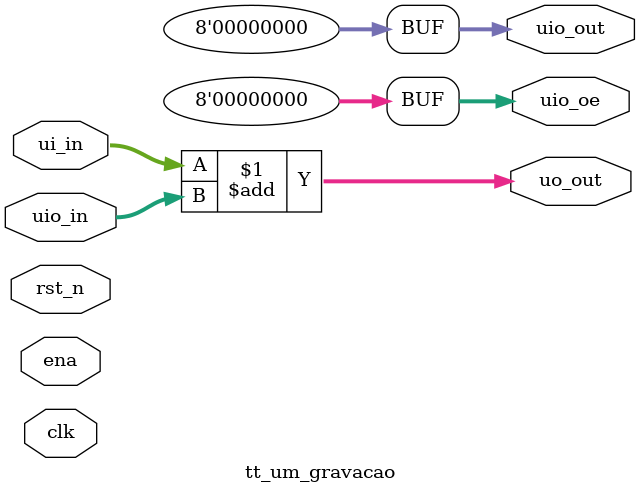
<source format=v>
/*
 * Copyright (c) 2024 Your Name
 * SPDX-License-Identifier: Apache-2.0
 */

`default_nettype none

module tt_um_gravacao (
    input  wire [7:0] ui_in,    // Dedicated inputs
    output wire [7:0] uo_out,   // Dedicated outputs
    input  wire [7:0] uio_in,   // IOs: Input path
    output wire [7:0] uio_out,  // IOs: Output path
    output wire [7:0] uio_oe,   // IOs: Enable path (active high: 0=input, 1=output)
    input  wire       ena,      // always 1 when the design is powered, so you can ignore it
    input  wire       clk,      // clock
    input  wire       rst_n     // reset_n - low to reset
);

  // All output pins must be assigned. If not used, assign to 0.
  assign uo_out  = ui_in + uio_in;  // Example: ou_out is the sum of ui_in and uio_in
  assign uio_out = 0;
  assign uio_oe  = 0;

endmodule

</source>
